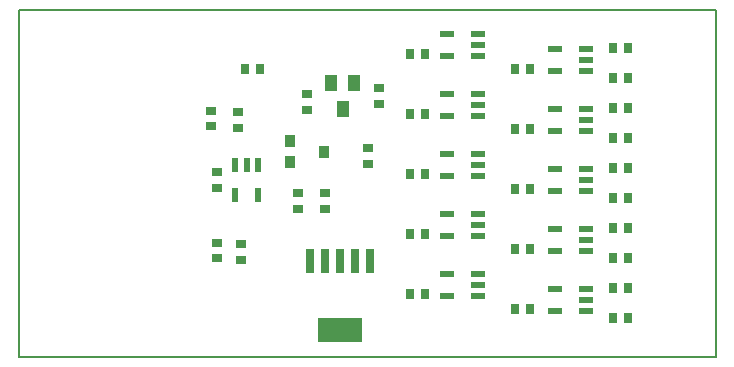
<source format=gtp>
G75*
G70*
%OFA0B0*%
%FSLAX24Y24*%
%IPPOS*%
%LPD*%
%AMOC8*
5,1,8,0,0,1.08239X$1,22.5*
%
%ADD10C,0.0080*%
%ADD11R,0.0276X0.0354*%
%ADD12R,0.0354X0.0276*%
%ADD13R,0.0472X0.0217*%
%ADD14R,0.0217X0.0472*%
%ADD15R,0.0394X0.0551*%
%ADD16R,0.0354X0.0433*%
%ADD17R,0.0300X0.0800*%
%ADD18R,0.1500X0.0790*%
D10*
X001620Y001620D02*
X001620Y013190D01*
X024862Y013190D01*
X024862Y001620D01*
X001620Y001620D01*
D11*
X014664Y003720D03*
X015176Y003720D03*
X018164Y003220D03*
X018676Y003220D03*
X021414Y002920D03*
X021926Y002920D03*
X021926Y003920D03*
X021414Y003920D03*
X021414Y004920D03*
X021926Y004920D03*
X021926Y005920D03*
X021414Y005920D03*
X021414Y006920D03*
X021926Y006920D03*
X021926Y007920D03*
X021414Y007920D03*
X021414Y008920D03*
X021926Y008920D03*
X021926Y009920D03*
X021414Y009920D03*
X021414Y010920D03*
X021926Y010920D03*
X021926Y011920D03*
X021414Y011920D03*
X018676Y011220D03*
X018164Y011220D03*
X015176Y011720D03*
X014664Y011720D03*
X014664Y009720D03*
X015176Y009720D03*
X018164Y009220D03*
X018676Y009220D03*
X015176Y007720D03*
X014664Y007720D03*
X018164Y007220D03*
X018676Y007220D03*
X015176Y005720D03*
X014664Y005720D03*
X018164Y005220D03*
X018676Y005220D03*
X009676Y011220D03*
X009164Y011220D03*
D12*
X011220Y010376D03*
X011220Y009864D03*
X008920Y009776D03*
X008920Y009264D03*
X008020Y009314D03*
X008020Y009826D03*
X008220Y007776D03*
X008220Y007264D03*
X010920Y007076D03*
X011820Y007076D03*
X011820Y006564D03*
X010920Y006564D03*
X009020Y005376D03*
X008220Y005426D03*
X008220Y004914D03*
X009020Y004864D03*
X013270Y008064D03*
X013270Y008576D03*
X013620Y010064D03*
X013620Y010576D03*
D13*
X015908Y010394D03*
X016932Y010394D03*
X016932Y010020D03*
X016932Y009646D03*
X015908Y009646D03*
X015908Y008394D03*
X016932Y008394D03*
X016932Y008020D03*
X016932Y007646D03*
X015908Y007646D03*
X015908Y006394D03*
X016932Y006394D03*
X016932Y006020D03*
X016932Y005646D03*
X015908Y005646D03*
X015908Y004394D03*
X016932Y004394D03*
X016932Y004020D03*
X016932Y003646D03*
X015908Y003646D03*
X019508Y003894D03*
X020532Y003894D03*
X020532Y003520D03*
X020532Y003146D03*
X019508Y003146D03*
X019508Y005146D03*
X020532Y005146D03*
X020532Y005520D03*
X020532Y005894D03*
X019508Y005894D03*
X019508Y007146D03*
X020532Y007146D03*
X020532Y007520D03*
X020532Y007894D03*
X019508Y007894D03*
X019508Y009146D03*
X020532Y009146D03*
X020532Y009520D03*
X020532Y009894D03*
X019508Y009894D03*
X019508Y011146D03*
X020532Y011146D03*
X020532Y011520D03*
X020532Y011894D03*
X019508Y011894D03*
X016932Y012020D03*
X016932Y012394D03*
X015908Y012394D03*
X015908Y011646D03*
X016932Y011646D03*
D14*
X009594Y008032D03*
X009220Y008032D03*
X008846Y008032D03*
X008846Y007008D03*
X009594Y007008D03*
D15*
X012420Y009887D03*
X012046Y010753D03*
X012794Y010753D03*
D16*
X010649Y008828D03*
X011791Y008470D03*
X010649Y008112D03*
D17*
X011320Y004820D03*
X011820Y004820D03*
X012320Y004820D03*
X012820Y004820D03*
X013320Y004820D03*
D18*
X012320Y002520D03*
M02*

</source>
